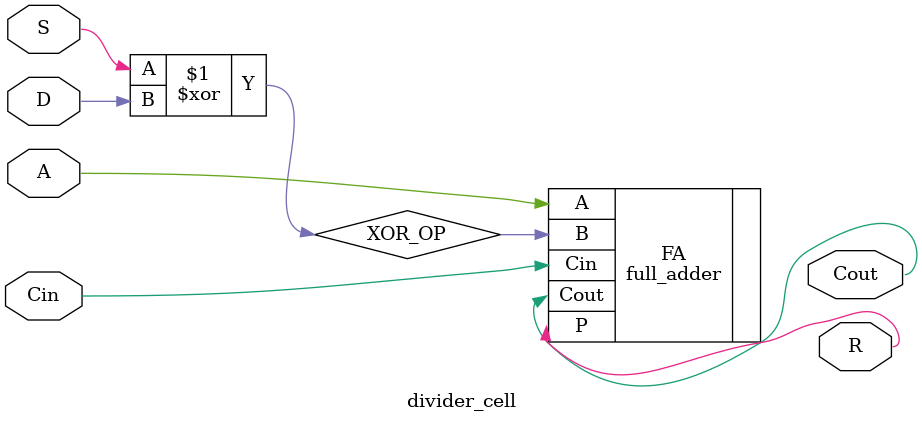
<source format=v>
module divider_cell (
    input wire A, D, S, Cin,
    output wire R, Cout
);
    
    wire XOR_OP;
    xor(XOR_OP,S, D);
    full_adder FA (
        .A(A),
        .B(XOR_OP),
        .Cin(Cin),
        .P(R),
        .Cout(Cout)
    );



endmodule
</source>
